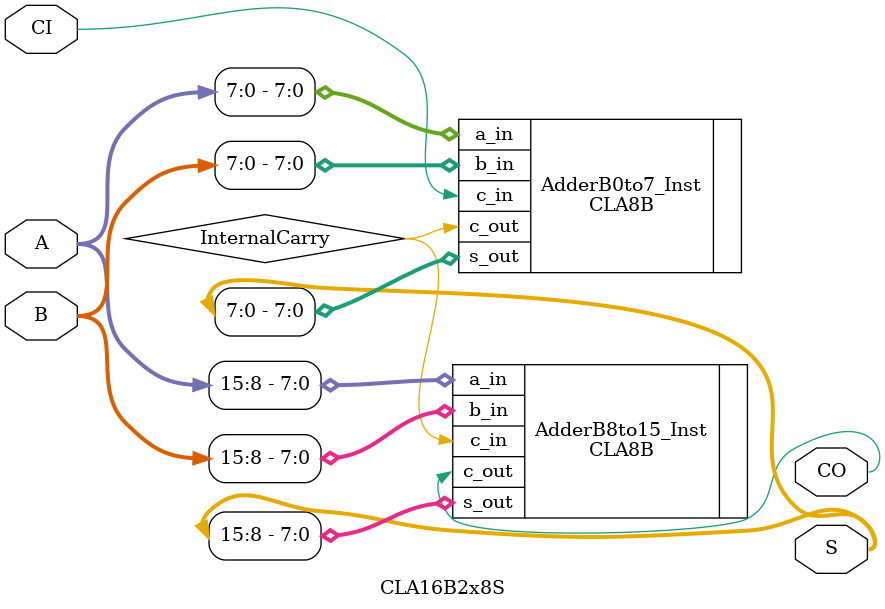
<source format=v>
`timescale 1 ns / 1 ns


module CLA16B2x8S(A, B, CI, S, CO);
   input [15:0]  A;
   input [15:0]  B;
   input         CI;
   output [15:0] S;
   output        CO;
   
   wire          InternalCarry;
   
   
   CLA8B AdderB0to7_Inst(.a_in(A[7:0]), .b_in(B[7:0]), .c_in(CI), .s_out(S[7:0]), .c_out(InternalCarry));
   
   
   CLA8B AdderB8to15_Inst(.a_in(A[15:8]), .b_in(B[15:8]), .c_in(InternalCarry), .s_out(S[15:8]), .c_out(CO));
   
endmodule

</source>
